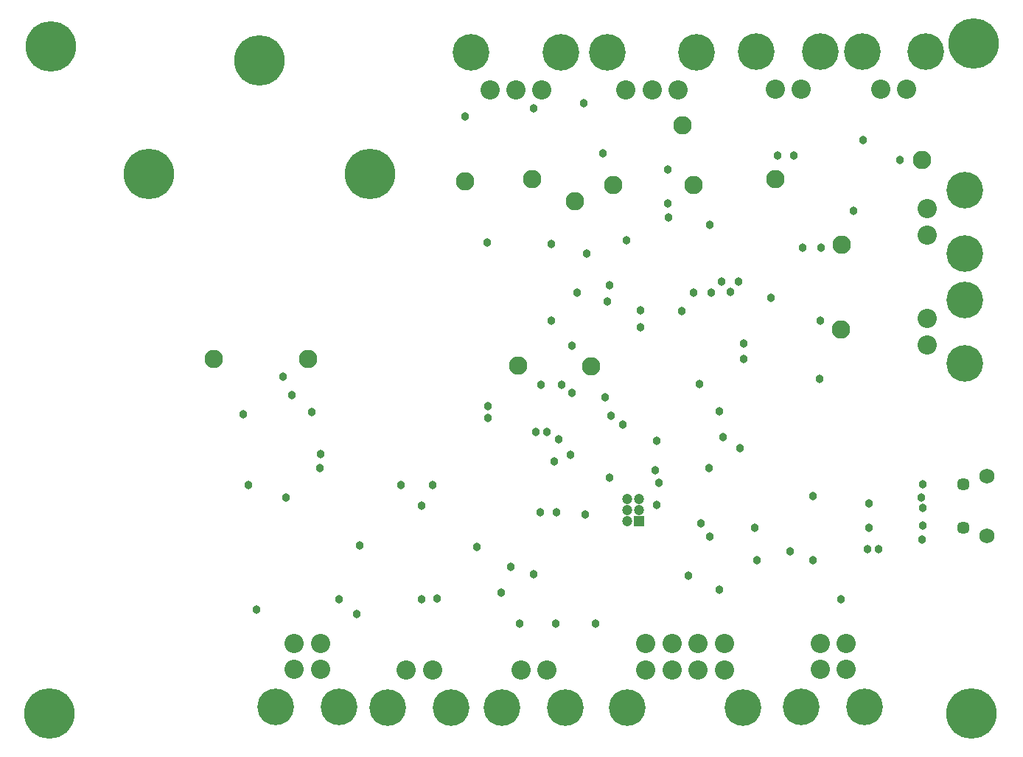
<source format=gbs>
%FSLAX24Y24*%
%MOIN*%
G70*
G01*
G75*
G04 Layer_Color=16711935*
%ADD10R,0.0551X0.0591*%
%ADD11R,0.0354X0.0394*%
%ADD12R,0.0394X0.0354*%
%ADD13R,0.0315X0.0354*%
%ADD14R,0.0354X0.0315*%
%ADD15R,0.0591X0.0512*%
%ADD16R,0.0512X0.0591*%
%ADD17R,0.0610X0.0591*%
%ADD18R,0.0532X0.0157*%
%ADD19R,0.0433X0.0709*%
%ADD20O,0.0138X0.0669*%
%ADD21O,0.0886X0.0157*%
%ADD22O,0.0236X0.0768*%
%ADD23O,0.0768X0.0236*%
%ADD24R,0.0827X0.0157*%
%ADD25R,0.0394X0.0394*%
%ADD26R,0.0394X0.0394*%
%ADD27R,0.0512X0.1063*%
%ADD28R,0.0315X0.0315*%
%ADD29R,0.0315X0.0315*%
%ADD30R,0.0118X0.0571*%
%ADD31R,0.2047X0.3445*%
%ADD32C,0.0100*%
%ADD33C,0.0200*%
%ADD34C,0.0198*%
%ADD35C,0.3500*%
%ADD36C,0.0500*%
%ADD37C,0.0787*%
%ADD38C,0.1575*%
%ADD39C,0.0610*%
%ADD40C,0.0492*%
%ADD41C,0.0750*%
%ADD42C,0.0394*%
%ADD43C,0.2200*%
%ADD44C,0.0300*%
%ADD45C,0.0100*%
%ADD46C,0.0098*%
%ADD47C,0.0236*%
%ADD48C,0.0157*%
%ADD49C,0.0079*%
%ADD50C,0.0080*%
%ADD51R,0.0631X0.0671*%
%ADD52R,0.0434X0.0474*%
%ADD53R,0.0474X0.0434*%
%ADD54R,0.0395X0.0434*%
%ADD55R,0.0434X0.0395*%
%ADD56R,0.0671X0.0592*%
%ADD57R,0.0592X0.0671*%
%ADD58R,0.0690X0.0671*%
%ADD59R,0.0612X0.0237*%
%ADD60R,0.0513X0.0789*%
%ADD61O,0.0218X0.0749*%
%ADD62O,0.0966X0.0237*%
%ADD63O,0.0316X0.0848*%
%ADD64O,0.0848X0.0316*%
%ADD65R,0.0907X0.0237*%
%ADD66R,0.0474X0.0474*%
%ADD67R,0.0474X0.0474*%
%ADD68R,0.0592X0.1143*%
%ADD69R,0.0395X0.0395*%
%ADD70R,0.0395X0.0395*%
%ADD71R,0.0198X0.0651*%
%ADD72R,0.2127X0.3525*%
%ADD73C,0.0867*%
%ADD74C,0.1655*%
%ADD75C,0.0690*%
%ADD76C,0.0572*%
%ADD77C,0.0830*%
%ADD78C,0.0474*%
%ADD79C,0.2280*%
%ADD80C,0.0380*%
D66*
X28189Y10228D02*
D03*
D73*
X28494Y4689D02*
D03*
Y3508D02*
D03*
X32037D02*
D03*
X30856D02*
D03*
X29675D02*
D03*
X32037Y4689D02*
D03*
X30856D02*
D03*
X29675D02*
D03*
X13770Y3522D02*
D03*
X12589D02*
D03*
X13770Y4703D02*
D03*
X12589D02*
D03*
X22835Y3508D02*
D03*
X24016D02*
D03*
X35522Y29760D02*
D03*
X34341D02*
D03*
X40296D02*
D03*
X39115D02*
D03*
X37550Y3522D02*
D03*
X36369D02*
D03*
X37550Y4703D02*
D03*
X36369D02*
D03*
X17667Y3508D02*
D03*
X18848D02*
D03*
X27589Y29746D02*
D03*
X28770D02*
D03*
X29951D02*
D03*
X41226Y24360D02*
D03*
Y23179D02*
D03*
Y19390D02*
D03*
Y18209D02*
D03*
X21437Y29746D02*
D03*
X22619D02*
D03*
X23800D02*
D03*
D74*
X27648Y1807D02*
D03*
X32884D02*
D03*
X11742Y1821D02*
D03*
X14616D02*
D03*
X24862Y1807D02*
D03*
X21988D02*
D03*
X33495Y31461D02*
D03*
X36369D02*
D03*
X38268D02*
D03*
X41142D02*
D03*
X35522Y1821D02*
D03*
X38396D02*
D03*
X19695Y1807D02*
D03*
X16821D02*
D03*
X30798Y31447D02*
D03*
X26743D02*
D03*
X42927Y22333D02*
D03*
Y25207D02*
D03*
Y17362D02*
D03*
Y20236D02*
D03*
X24646Y31447D02*
D03*
X20591D02*
D03*
D75*
X43927Y12282D02*
D03*
Y9569D02*
D03*
D76*
X42864Y11909D02*
D03*
Y9941D02*
D03*
D77*
X26024Y17224D02*
D03*
X22727Y17274D02*
D03*
X30650Y25443D02*
D03*
X27008D02*
D03*
X23367Y25689D02*
D03*
X20315Y25591D02*
D03*
X13229Y17569D02*
D03*
X8947D02*
D03*
X30158Y28150D02*
D03*
X37303Y18898D02*
D03*
X40985Y26575D02*
D03*
X37352Y22736D02*
D03*
X34341Y25689D02*
D03*
X25286Y24705D02*
D03*
D78*
X27638Y10228D02*
D03*
X28189Y10728D02*
D03*
X27638D02*
D03*
X28189Y11228D02*
D03*
X27638D02*
D03*
D79*
X6034Y25935D02*
D03*
X16034D02*
D03*
X11034Y31065D02*
D03*
X1526Y1526D02*
D03*
X43209D02*
D03*
X1575Y31693D02*
D03*
X43307Y31841D02*
D03*
D80*
X28248Y18996D02*
D03*
Y19783D02*
D03*
X12205Y11319D02*
D03*
X21358Y15453D02*
D03*
X22392Y8169D02*
D03*
X20866Y9055D02*
D03*
X21358Y14911D02*
D03*
X24213Y19291D02*
D03*
X25148Y18159D02*
D03*
X30118Y19734D02*
D03*
X25394Y20571D02*
D03*
X13760Y12648D02*
D03*
X13780Y13287D02*
D03*
X26230Y5610D02*
D03*
X23425Y7825D02*
D03*
X22785Y5610D02*
D03*
X24409D02*
D03*
X21949Y6988D02*
D03*
X15404Y6053D02*
D03*
X10876Y6250D02*
D03*
X30906Y16437D02*
D03*
X25689Y29134D02*
D03*
X32923Y18258D02*
D03*
Y17569D02*
D03*
X36417Y22589D02*
D03*
X37894Y24262D02*
D03*
X15542Y9154D02*
D03*
X30404Y7776D02*
D03*
X18347Y6693D02*
D03*
X19036Y6742D02*
D03*
X24449Y10630D02*
D03*
X28977Y10974D02*
D03*
X40000Y26575D02*
D03*
X34144Y20325D02*
D03*
X35178Y26772D02*
D03*
X35571Y22589D02*
D03*
X28977Y13878D02*
D03*
X38573Y9941D02*
D03*
X41034Y10827D02*
D03*
Y10039D02*
D03*
X36063Y11368D02*
D03*
X41034Y11909D02*
D03*
X38573Y11024D02*
D03*
X33406Y9941D02*
D03*
X40960Y11319D02*
D03*
X23514Y14272D02*
D03*
X24006D02*
D03*
X30995Y10138D02*
D03*
X24548Y13927D02*
D03*
X34439Y26772D02*
D03*
X38327Y27461D02*
D03*
X36359Y16683D02*
D03*
X18839Y11860D02*
D03*
X17412D02*
D03*
X29469Y24606D02*
D03*
X31831Y15207D02*
D03*
X30650Y20571D02*
D03*
X23760Y16388D02*
D03*
X12097Y16782D02*
D03*
X24695Y16388D02*
D03*
X10522Y11860D02*
D03*
X13376Y15157D02*
D03*
X25827Y22343D02*
D03*
X26762Y20177D02*
D03*
X26861Y20915D02*
D03*
X29469Y26132D02*
D03*
X31388Y23622D02*
D03*
X32766Y13533D02*
D03*
X33504Y8465D02*
D03*
X25089Y13238D02*
D03*
X29075Y11959D02*
D03*
X28928Y12549D02*
D03*
X31388Y9547D02*
D03*
X26861Y12205D02*
D03*
X23711Y10630D02*
D03*
X24351Y12943D02*
D03*
X31979Y14026D02*
D03*
X31339Y12648D02*
D03*
X26664Y15846D02*
D03*
X31831Y7148D02*
D03*
X26910Y15010D02*
D03*
X27451Y14616D02*
D03*
X36063Y8465D02*
D03*
X35030Y8858D02*
D03*
X38524Y8957D02*
D03*
X31930Y21063D02*
D03*
X32323Y20620D02*
D03*
X32668Y21063D02*
D03*
X31437Y20571D02*
D03*
X40985Y9400D02*
D03*
X39016Y8957D02*
D03*
X23416Y28888D02*
D03*
X26565Y26870D02*
D03*
X20315Y28543D02*
D03*
X36368Y19291D02*
D03*
X37303Y6693D02*
D03*
X12500Y15945D02*
D03*
X10285Y15059D02*
D03*
X18356Y10925D02*
D03*
X14616Y6693D02*
D03*
X24213Y22785D02*
D03*
X21309Y22835D02*
D03*
X29528Y23967D02*
D03*
X27608Y22933D02*
D03*
X25738Y10532D02*
D03*
X25148Y16043D02*
D03*
M02*

</source>
